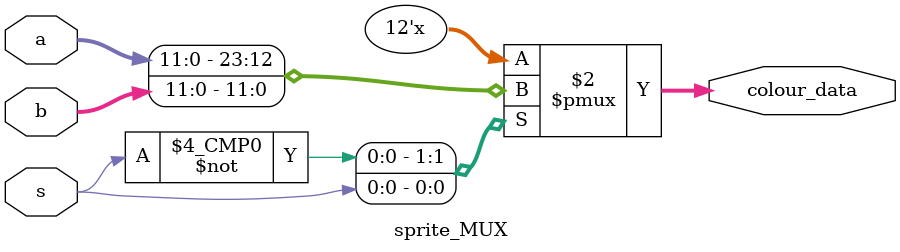
<source format=sv>
module sprite_MUX (output logic [11:0] colour_data, input logic[11:0] a, b, input logic s);

// MUX to be used with the selector chip connected to
// its select input, s

// a,b -> colour data input from the ROMs
// s -> select line bus
// colour_data -> output colour data


always_comb begin

    case(s)

    0 : begin

        colour_data = a;
    end

    1 : begin

        colour_data = b;
    end


    endcase

end



endmodule
</source>
